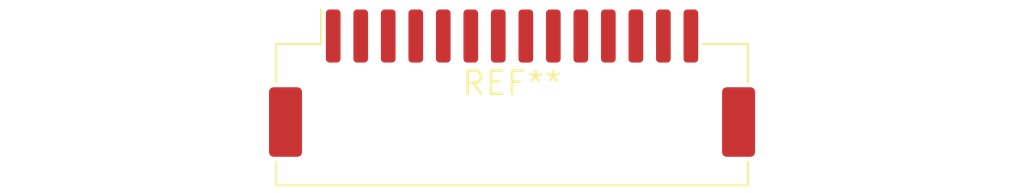
<source format=kicad_pcb>
(kicad_pcb (version 20240108) (generator pcbnew)
  (layers (0 "F.Cu" signal) (31 "B.Cu" signal) (34 "B.Paste" user) (35 "F.Paste" user) (36 "B.SilkS" user "B.Silkscreen") (37 "F.SilkS" user "F.Silkscreen") (38 "B.Mask" user) (39 "F.Mask" user) (44 "Edge.Cuts" user))
  (net 0 "")
  (footprint "JST_ZE_SM14B-ZESS-TB_1x14-1MP_P1.50mm_Horizontal" (layer "F.Cu") (at 0 0)
    (property "Reference" "REF**")
    (property "Value" "JST_ZE_SM14B-ZESS-TB_1x14-1MP_P1.50mm_Horizontal")
    (fp_line (start -12.86 -2.135) (end -10.41 -2.135) (layer "F.SilkS") (stroke (width 0.12)))
    (fp_line (start -12.86 -0.035) (end -12.86 -2.135) (layer "F.SilkS") (stroke (width 0.12)))
    (fp_line (start -12.86 4.285) (end -12.86 5.585) (layer "F.SilkS") (stroke (width 0.12)))
    (fp_line (start -12.86 5.585) (end 12.86 5.585) (layer "F.SilkS") (stroke (width 0.12)))
    (fp_line (start -10.41 -2.135) (end -10.41 -4.025) (layer "F.SilkS") (stroke (width 0.12)))
    (fp_line (start 12.86 -2.135) (end 10.41 -2.135) (layer "F.SilkS") (stroke (width 0.12)))
    (fp_line (start 12.86 -0.035) (end 12.86 -2.135) (layer "F.SilkS") (stroke (width 0.12)))
    (fp_line (start 12.86 5.585) (end 12.86 4.285) (layer "F.SilkS") (stroke (width 0.12)))
    (pad "1" smd roundrect (at -9.75 -2.575) (size 0.8 2.9) (layers "F.Cu" "F.Paste" "F.Mask"))
    (pad "2" smd roundrect (at -8.25 -2.575) (size 0.8 2.9) (layers "F.Cu" "F.Paste" "F.Mask"))
    (pad "3" smd roundrect (at -6.75 -2.575) (size 0.8 2.9) (layers "F.Cu" "F.Paste" "F.Mask"))
    (pad "4" smd roundrect (at -5.25 -2.575) (size 0.8 2.9) (layers "F.Cu" "F.Paste" "F.Mask"))
    (pad "5" smd roundrect (at -3.75 -2.575) (size 0.8 2.9) (layers "F.Cu" "F.Paste" "F.Mask"))
    (pad "6" smd roundrect (at -2.25 -2.575) (size 0.8 2.9) (layers "F.Cu" "F.Paste" "F.Mask"))
    (pad "7" smd roundrect (at -0.75 -2.575) (size 0.8 2.9) (layers "F.Cu" "F.Paste" "F.Mask"))
    (pad "8" smd roundrect (at 0.75 -2.575) (size 0.8 2.9) (layers "F.Cu" "F.Paste" "F.Mask"))
    (pad "9" smd roundrect (at 2.25 -2.575) (size 0.8 2.9) (layers "F.Cu" "F.Paste" "F.Mask"))
    (pad "10" smd roundrect (at 3.75 -2.575) (size 0.8 2.9) (layers "F.Cu" "F.Paste" "F.Mask"))
    (pad "11" smd roundrect (at 5.25 -2.575) (size 0.8 2.9) (layers "F.Cu" "F.Paste" "F.Mask"))
    (pad "12" smd roundrect (at 6.75 -2.575) (size 0.8 2.9) (layers "F.Cu" "F.Paste" "F.Mask"))
    (pad "13" smd roundrect (at 8.25 -2.575) (size 0.8 2.9) (layers "F.Cu" "F.Paste" "F.Mask"))
    (pad "14" smd roundrect (at 9.75 -2.575) (size 0.8 2.9) (layers "F.Cu" "F.Paste" "F.Mask"))
    (pad "MP" smd roundrect (at -12.35 2.125) (size 1.8 3.8) (layers "F.Cu" "F.Paste" "F.Mask") (roundrect_rratio 0.138889))
    (pad "MP" smd roundrect (at 12.35 2.125) (size 1.8 3.8) (layers "F.Cu" "F.Paste" "F.Mask") (roundrect_rratio 0.138889))
  )
)
</source>
